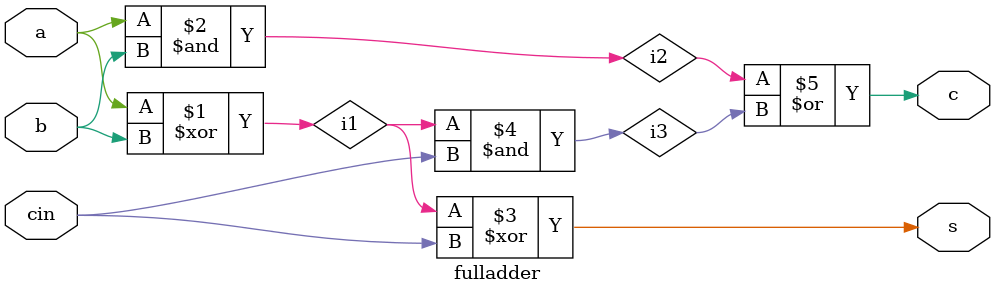
<source format=v>
`timescale 1ns / 1ns
module fulladder(s,c,a,b,cin);
input a,b,cin;
output s,c;
wire i1,i2,i3;
xor x1(i1,a,b);
and a1(i2,a,b);
xor x2(s,i1,cin);
and a2(i3,i1,cin);
or o1(c,i2,i3);
endmodule

</source>
